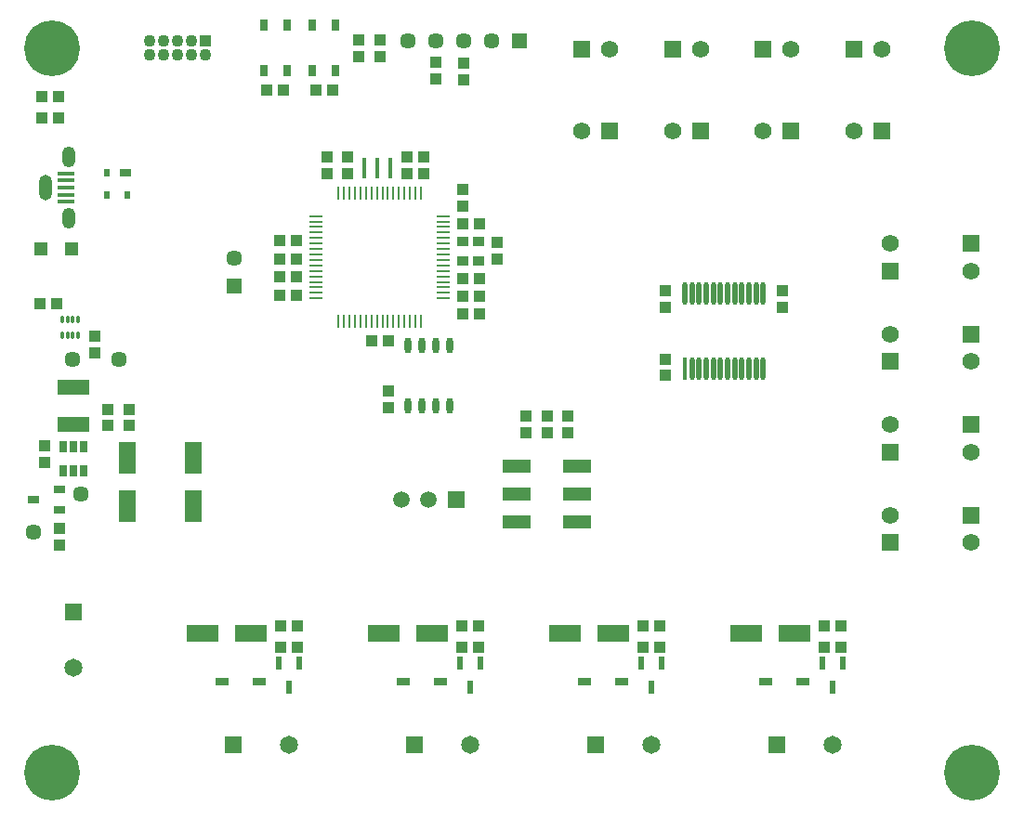
<source format=gbr>
%TF.GenerationSoftware,Altium Limited,Altium Designer,24.2.2 (26)*%
G04 Layer_Color=8388736*
%FSLAX45Y45*%
%MOMM*%
%TF.SameCoordinates,CD070EA7-D628-40BE-AF17-708C1490C7C2*%
%TF.FilePolarity,Negative*%
%TF.FileFunction,Soldermask,Top*%
%TF.Part,Single*%
G01*
G75*
%TA.AperFunction,SMDPad,CuDef*%
%ADD10R,3.00000X1.60000*%
G04:AMPARAMS|DCode=11|XSize=0.25mm|YSize=1.25mm|CornerRadius=0.0625mm|HoleSize=0mm|Usage=FLASHONLY|Rotation=0.000|XOffset=0mm|YOffset=0mm|HoleType=Round|Shape=RoundedRectangle|*
%AMROUNDEDRECTD11*
21,1,0.25000,1.12500,0,0,0.0*
21,1,0.12500,1.25000,0,0,0.0*
1,1,0.12500,0.06250,-0.56250*
1,1,0.12500,-0.06250,-0.56250*
1,1,0.12500,-0.06250,0.56250*
1,1,0.12500,0.06250,0.56250*
%
%ADD11ROUNDEDRECTD11*%
G04:AMPARAMS|DCode=12|XSize=0.25mm|YSize=1.25mm|CornerRadius=0.0625mm|HoleSize=0mm|Usage=FLASHONLY|Rotation=270.000|XOffset=0mm|YOffset=0mm|HoleType=Round|Shape=RoundedRectangle|*
%AMROUNDEDRECTD12*
21,1,0.25000,1.12500,0,0,270.0*
21,1,0.12500,1.25000,0,0,270.0*
1,1,0.12500,-0.56250,-0.06250*
1,1,0.12500,-0.56250,0.06250*
1,1,0.12500,0.56250,0.06250*
1,1,0.12500,0.56250,-0.06250*
%
%ADD12ROUNDEDRECTD12*%
G04:AMPARAMS|DCode=13|XSize=0.66mm|YSize=0.32mm|CornerRadius=0.04mm|HoleSize=0mm|Usage=FLASHONLY|Rotation=90.000|XOffset=0mm|YOffset=0mm|HoleType=Round|Shape=RoundedRectangle|*
%AMROUNDEDRECTD13*
21,1,0.66000,0.24000,0,0,90.0*
21,1,0.58000,0.32000,0,0,90.0*
1,1,0.08000,0.12000,0.29000*
1,1,0.08000,0.12000,-0.29000*
1,1,0.08000,-0.12000,-0.29000*
1,1,0.08000,-0.12000,0.29000*
%
%ADD13ROUNDEDRECTD13*%
%ADD14R,0.45493X2.05283*%
G04:AMPARAMS|DCode=15|XSize=2.05283mm|YSize=0.45493mm|CornerRadius=0.22746mm|HoleSize=0mm|Usage=FLASHONLY|Rotation=90.000|XOffset=0mm|YOffset=0mm|HoleType=Round|Shape=RoundedRectangle|*
%AMROUNDEDRECTD15*
21,1,2.05283,0.00000,0,0,90.0*
21,1,1.59790,0.45493,0,0,90.0*
1,1,0.45493,0.00000,0.79895*
1,1,0.45493,0.00000,-0.79895*
1,1,0.45493,0.00000,-0.79895*
1,1,0.45493,0.00000,0.79895*
%
%ADD15ROUNDEDRECTD15*%
%ADD16R,0.53340X1.16840*%
%ADD17R,1.21920X0.76200*%
%ADD18R,1.00000X1.02000*%
%ADD19R,0.40000X1.90000*%
%ADD20R,1.00000X0.70000*%
%ADD21R,0.60000X0.70000*%
%ADD22R,1.20000X1.20000*%
%ADD23R,1.60000X3.00000*%
%ADD24R,0.70000X1.00000*%
%ADD25R,1.50000X0.44800*%
%ADD26R,2.50000X1.20000*%
%ADD27R,0.65000X1.05000*%
%ADD28O,0.60000X1.45000*%
%ADD29R,1.02000X1.00000*%
%ADD30R,1.00000X0.97000*%
%ADD31R,1.00000X0.70000*%
%ADD32R,2.84480X1.39700*%
%TA.AperFunction,ComponentPad*%
%ADD43C,1.10000*%
%ADD44R,1.10000X1.10000*%
%ADD45C,1.57500*%
%ADD46R,1.57500X1.57500*%
%ADD47C,1.65000*%
%ADD48R,1.65000X1.65000*%
%ADD49R,1.50800X1.50800*%
%ADD50C,1.50800*%
%ADD51C,1.45000*%
%ADD52R,1.45000X1.45000*%
%TA.AperFunction,ViaPad*%
%ADD55C,5.08000*%
%TA.AperFunction,ComponentPad*%
%ADD56R,1.57500X1.57500*%
%ADD57R,1.45000X1.45000*%
%ADD58R,1.65000X1.65000*%
%ADD81O,1.22700X1.92700*%
%ADD82O,1.22700X2.32700*%
D10*
X9495500Y6096000D02*
D03*
X9935500D02*
D03*
X13237500D02*
D03*
X12797500D02*
D03*
X7844500D02*
D03*
X8284500D02*
D03*
X11146500D02*
D03*
X11586500D02*
D03*
D11*
X9085480Y10107900D02*
D03*
X9135480D02*
D03*
X9185480D02*
D03*
X9235480D02*
D03*
X9285480D02*
D03*
X9335480D02*
D03*
X9385480D02*
D03*
X9435480D02*
D03*
X9485480D02*
D03*
X9535480D02*
D03*
X9585480D02*
D03*
X9635480D02*
D03*
X9685480D02*
D03*
X9735480D02*
D03*
X9785480D02*
D03*
X9835480D02*
D03*
Y8942900D02*
D03*
X9785480D02*
D03*
X9735480D02*
D03*
X9685480D02*
D03*
X9635480D02*
D03*
X9585480D02*
D03*
X9535480D02*
D03*
X9485480D02*
D03*
X9435480D02*
D03*
X9385480D02*
D03*
X9335480D02*
D03*
X9285480D02*
D03*
X9235480D02*
D03*
X9185480D02*
D03*
X9135480D02*
D03*
X9085480D02*
D03*
D12*
X10042980Y9900400D02*
D03*
Y9850400D02*
D03*
Y9800400D02*
D03*
Y9750400D02*
D03*
Y9700400D02*
D03*
Y9650400D02*
D03*
Y9600400D02*
D03*
Y9550400D02*
D03*
Y9500400D02*
D03*
Y9450400D02*
D03*
Y9400400D02*
D03*
Y9350400D02*
D03*
Y9300400D02*
D03*
Y9250400D02*
D03*
Y9200400D02*
D03*
Y9150400D02*
D03*
X8877980D02*
D03*
Y9200400D02*
D03*
Y9250400D02*
D03*
Y9300400D02*
D03*
Y9350400D02*
D03*
Y9400400D02*
D03*
Y9450400D02*
D03*
Y9500400D02*
D03*
Y9550400D02*
D03*
Y9600400D02*
D03*
Y9650400D02*
D03*
Y9700400D02*
D03*
Y9750400D02*
D03*
Y9800400D02*
D03*
Y9850400D02*
D03*
Y9900400D02*
D03*
D13*
X6564560Y8813960D02*
D03*
X6614560D02*
D03*
X6664560D02*
D03*
X6714560D02*
D03*
Y8960960D02*
D03*
X6664560D02*
D03*
X6614560D02*
D03*
X6564560D02*
D03*
D14*
X12240900Y8509386D02*
D03*
D15*
X12305900D02*
D03*
X12370900D02*
D03*
X12435900D02*
D03*
X12500900D02*
D03*
X12565900D02*
D03*
X12630900D02*
D03*
X12695900D02*
D03*
X12760900D02*
D03*
X12825900D02*
D03*
X12890900D02*
D03*
X12955901D02*
D03*
Y9194414D02*
D03*
X12890900D02*
D03*
X12825900D02*
D03*
X12760900D02*
D03*
X12695900D02*
D03*
X12630900D02*
D03*
X12565900D02*
D03*
X12500900D02*
D03*
X12435900D02*
D03*
X12370900D02*
D03*
X12305900D02*
D03*
X12240900D02*
D03*
D16*
X10380980Y5824220D02*
D03*
X10193020D02*
D03*
X10287000Y5605780D02*
D03*
X13682980Y5824220D02*
D03*
X13495020D02*
D03*
X13589000Y5605780D02*
D03*
X8636000D02*
D03*
X8542020Y5824220D02*
D03*
X8729980D02*
D03*
X11938000Y5605780D02*
D03*
X11844020Y5824220D02*
D03*
X12031980D02*
D03*
D17*
X9674860Y5651500D02*
D03*
X10010140D02*
D03*
X12976860D02*
D03*
X13312140D02*
D03*
X11661140D02*
D03*
X11325860D02*
D03*
X8359140D02*
D03*
X8023860D02*
D03*
D18*
X10362900Y5969000D02*
D03*
X10211100D02*
D03*
X10362900Y6159500D02*
D03*
X10211100D02*
D03*
X13664900Y5969000D02*
D03*
X13513100D02*
D03*
X13664900Y6159500D02*
D03*
X13513100D02*
D03*
X9539940Y8763000D02*
D03*
X9388140D02*
D03*
X8547100Y9677400D02*
D03*
X8698900D02*
D03*
X8547100Y9177020D02*
D03*
X8698900D02*
D03*
X8547400Y9509760D02*
D03*
X8699200D02*
D03*
X8547400Y9344660D02*
D03*
X8699200D02*
D03*
X8560100Y6159500D02*
D03*
X8711900D02*
D03*
X8560100Y5969000D02*
D03*
X8711900D02*
D03*
X11862100Y6159500D02*
D03*
X12013900D02*
D03*
X11862100Y5969000D02*
D03*
X12013900D02*
D03*
X8433100Y11049000D02*
D03*
X8584900D02*
D03*
X10216180Y9329420D02*
D03*
X10367980D02*
D03*
X10216180Y9006840D02*
D03*
X10367980D02*
D03*
X10216180Y9827260D02*
D03*
X10367980D02*
D03*
Y9166860D02*
D03*
X10216180D02*
D03*
X8877600Y11049000D02*
D03*
X9029400D02*
D03*
X6519880Y9103360D02*
D03*
X6368080D02*
D03*
X6385860Y10988040D02*
D03*
X6537660D02*
D03*
X6385860Y10797540D02*
D03*
X6537660D02*
D03*
D19*
X9316100Y10335260D02*
D03*
X9436100D02*
D03*
X9556100D02*
D03*
D20*
X7144840Y10292080D02*
D03*
D21*
X6974840D02*
D03*
Y10092080D02*
D03*
X7164840D02*
D03*
D22*
X6650320Y9601200D02*
D03*
X6370320D02*
D03*
D23*
X7157720Y7692680D02*
D03*
Y7252680D02*
D03*
X7762240D02*
D03*
Y7692680D02*
D03*
D24*
X6572500Y7793450D02*
D03*
X6667500D02*
D03*
X6762500D02*
D03*
Y7573550D02*
D03*
X6667500D02*
D03*
X6572500D02*
D03*
D25*
X6603500Y10160000D02*
D03*
Y10225000D02*
D03*
Y10095000D02*
D03*
Y10290000D02*
D03*
Y10030000D02*
D03*
D26*
X11260500Y7616000D02*
D03*
X10710500D02*
D03*
Y7116000D02*
D03*
X11260500D02*
D03*
Y7366000D02*
D03*
X10710500D02*
D03*
D27*
X9061000Y11637500D02*
D03*
Y11222500D02*
D03*
X8846000Y11637500D02*
D03*
Y11222500D02*
D03*
X8616500Y11637500D02*
D03*
Y11222500D02*
D03*
X8401500Y11637500D02*
D03*
Y11222500D02*
D03*
D28*
X9715500Y8173000D02*
D03*
X9842500D02*
D03*
X9969500D02*
D03*
X10096500D02*
D03*
X9715500Y8718000D02*
D03*
X9842500D02*
D03*
X9969500D02*
D03*
X10096500D02*
D03*
D29*
X11176000Y7925100D02*
D03*
Y8076900D02*
D03*
X10795000Y7925100D02*
D03*
Y8076900D02*
D03*
X9542780Y8150860D02*
D03*
Y8302660D02*
D03*
X10985500Y8076900D02*
D03*
Y7925100D02*
D03*
X13131799Y9070640D02*
D03*
Y9222440D02*
D03*
X12065000Y8445500D02*
D03*
Y8597300D02*
D03*
Y9222440D02*
D03*
Y9070640D02*
D03*
X10215880Y9987580D02*
D03*
Y10139380D02*
D03*
X9865360Y10289840D02*
D03*
Y10441640D02*
D03*
X9166860Y10289540D02*
D03*
Y10441340D02*
D03*
X9705340Y10289840D02*
D03*
Y10441640D02*
D03*
X8983980Y10439100D02*
D03*
Y10287300D02*
D03*
X10528300Y9507520D02*
D03*
Y9659320D02*
D03*
X9969500Y11300460D02*
D03*
Y11148660D02*
D03*
X10223500Y11295080D02*
D03*
Y11143280D02*
D03*
X9461500Y11505900D02*
D03*
Y11354100D02*
D03*
X9271000Y11505900D02*
D03*
Y11354100D02*
D03*
X6403340Y7650780D02*
D03*
Y7802580D02*
D03*
X6543040Y6904020D02*
D03*
Y7055820D02*
D03*
X7175500Y8140400D02*
D03*
Y7988600D02*
D03*
X6985000Y8140400D02*
D03*
Y7988600D02*
D03*
X6860540Y8808420D02*
D03*
Y8656620D02*
D03*
D30*
X10216040Y9664700D02*
D03*
X10363040D02*
D03*
X10216040Y9486900D02*
D03*
X10363040D02*
D03*
D31*
X6543040Y7221220D02*
D03*
Y7411220D02*
D03*
X6303040Y7316220D02*
D03*
D32*
X6667500Y8001000D02*
D03*
Y8341000D02*
D03*
D43*
X7366000Y11366500D02*
D03*
Y11493500D02*
D03*
X7493000Y11366500D02*
D03*
Y11493500D02*
D03*
X7620000Y11366500D02*
D03*
Y11493500D02*
D03*
X7747000Y11366500D02*
D03*
Y11493500D02*
D03*
X7874000Y11366500D02*
D03*
D44*
Y11493500D02*
D03*
D45*
X14108000Y8824500D02*
D03*
Y9650000D02*
D03*
Y7999000D02*
D03*
X13781500Y10679000D02*
D03*
X14031500Y11419000D02*
D03*
X11305000Y10679000D02*
D03*
X14848000Y9400000D02*
D03*
Y8574500D02*
D03*
Y7749000D02*
D03*
X14108000Y7173500D02*
D03*
X14848000Y6923500D02*
D03*
X11555000Y11419000D02*
D03*
X12130500Y10679000D02*
D03*
X12380500Y11419000D02*
D03*
X12956000Y10679000D02*
D03*
X13206000Y11419000D02*
D03*
D46*
X14108000Y8574500D02*
D03*
Y9400000D02*
D03*
Y7749000D02*
D03*
X14848000Y9650000D02*
D03*
Y8824500D02*
D03*
Y7999000D02*
D03*
X14108000Y6923500D02*
D03*
X14848000Y7173500D02*
D03*
D47*
X10287000Y5080000D02*
D03*
X13589000D02*
D03*
X8636000D02*
D03*
X11938000D02*
D03*
X6667500Y5778500D02*
D03*
D48*
X9779000Y5080000D02*
D03*
X13081000D02*
D03*
X8128000D02*
D03*
X11430000D02*
D03*
D49*
X10156000Y7313500D02*
D03*
D50*
X9906000D02*
D03*
X9656000D02*
D03*
D51*
X8130540Y9512300D02*
D03*
X6301740Y7015480D02*
D03*
X9715500Y11493500D02*
D03*
X9969500D02*
D03*
X10223500D02*
D03*
X10477500D02*
D03*
X6736080Y7366000D02*
D03*
X6662420Y8592820D02*
D03*
X7081520D02*
D03*
D52*
X8130540Y9258300D02*
D03*
D55*
X14859000Y4826000D02*
D03*
Y11430000D02*
D03*
X6477000Y4826000D02*
D03*
Y11430000D02*
D03*
D56*
X14031500Y10679000D02*
D03*
X13781500Y11419000D02*
D03*
X11555000Y10679000D02*
D03*
X11305000Y11419000D02*
D03*
X12380500Y10679000D02*
D03*
X12130500Y11419000D02*
D03*
X13206000Y10679000D02*
D03*
X12956000Y11419000D02*
D03*
D57*
X10731500Y11493500D02*
D03*
D58*
X6667500Y6286500D02*
D03*
D81*
X6628500Y10440000D02*
D03*
Y9880000D02*
D03*
D82*
X6413500Y10160000D02*
D03*
%TF.MD5,9aa0c0d35e9cd7fb89fbac1ef3f5adff*%
M02*

</source>
